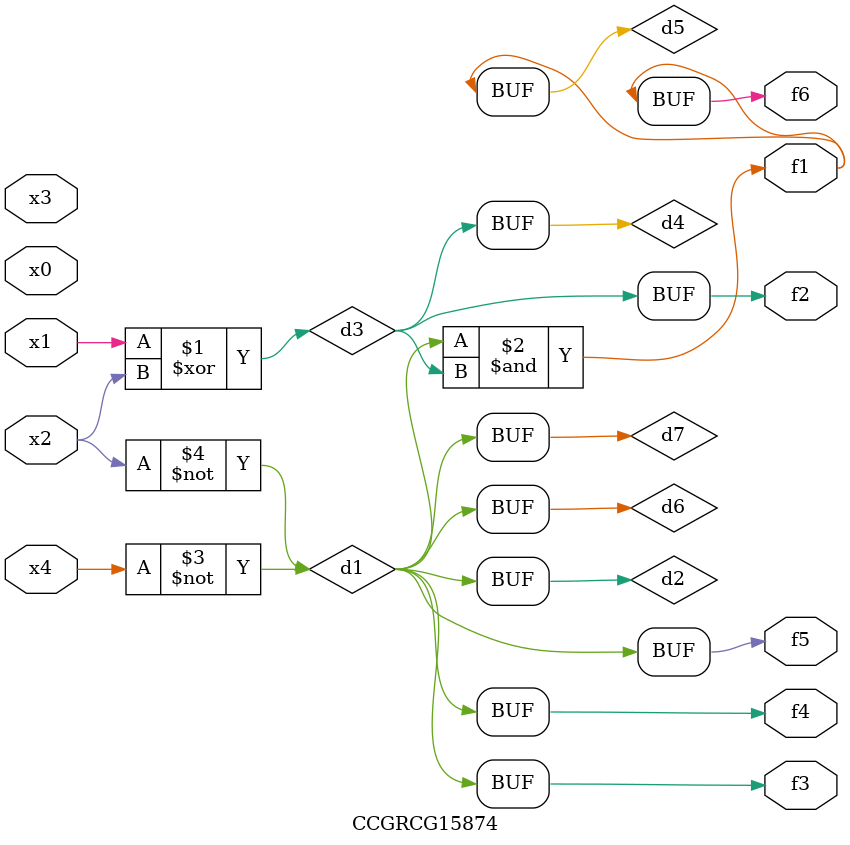
<source format=v>
module CCGRCG15874(
	input x0, x1, x2, x3, x4,
	output f1, f2, f3, f4, f5, f6
);

	wire d1, d2, d3, d4, d5, d6, d7;

	not (d1, x4);
	not (d2, x2);
	xor (d3, x1, x2);
	buf (d4, d3);
	and (d5, d1, d3);
	buf (d6, d1, d2);
	buf (d7, d2);
	assign f1 = d5;
	assign f2 = d4;
	assign f3 = d7;
	assign f4 = d7;
	assign f5 = d7;
	assign f6 = d5;
endmodule

</source>
